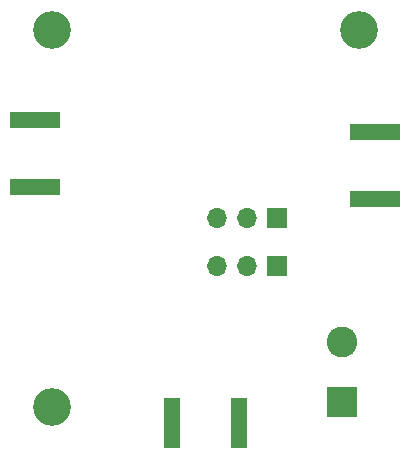
<source format=gbr>
%TF.GenerationSoftware,KiCad,Pcbnew,8.0.2*%
%TF.CreationDate,2025-01-11T01:09:32-03:00*%
%TF.ProjectId,LMH34400,4c4d4833-3434-4303-902e-6b696361645f,rev?*%
%TF.SameCoordinates,Original*%
%TF.FileFunction,Soldermask,Bot*%
%TF.FilePolarity,Negative*%
%FSLAX46Y46*%
G04 Gerber Fmt 4.6, Leading zero omitted, Abs format (unit mm)*
G04 Created by KiCad (PCBNEW 8.0.2) date 2025-01-11 01:09:32*
%MOMM*%
%LPD*%
G01*
G04 APERTURE LIST*
%ADD10R,2.600000X2.600000*%
%ADD11C,2.600000*%
%ADD12R,1.700000X1.700000*%
%ADD13O,1.700000X1.700000*%
%ADD14C,3.200000*%
%ADD15R,4.200000X1.350000*%
%ADD16R,1.350000X4.200000*%
G04 APERTURE END LIST*
D10*
%TO.C,J3*%
X135500000Y-88500000D03*
D11*
X135500000Y-83500000D03*
%TD*%
D12*
%TO.C,J5*%
X130000000Y-73000000D03*
D13*
X127460000Y-73000000D03*
X124920000Y-73000000D03*
%TD*%
D14*
%TO.C,H2*%
X137000000Y-57000000D03*
%TD*%
D12*
%TO.C,J4*%
X130000000Y-77000000D03*
D13*
X127460000Y-77000000D03*
X124920000Y-77000000D03*
%TD*%
D14*
%TO.C,H1*%
X111000000Y-57000000D03*
%TD*%
D15*
%TO.C,J2*%
X109500000Y-64675000D03*
X109500000Y-70325000D03*
%TD*%
%TO.C,J6*%
X138337500Y-71325000D03*
X138337500Y-65675000D03*
%TD*%
D14*
%TO.C,H3*%
X111000000Y-89000000D03*
%TD*%
D16*
%TO.C,J1*%
X121175000Y-90337500D03*
X126825000Y-90337500D03*
%TD*%
M02*

</source>
